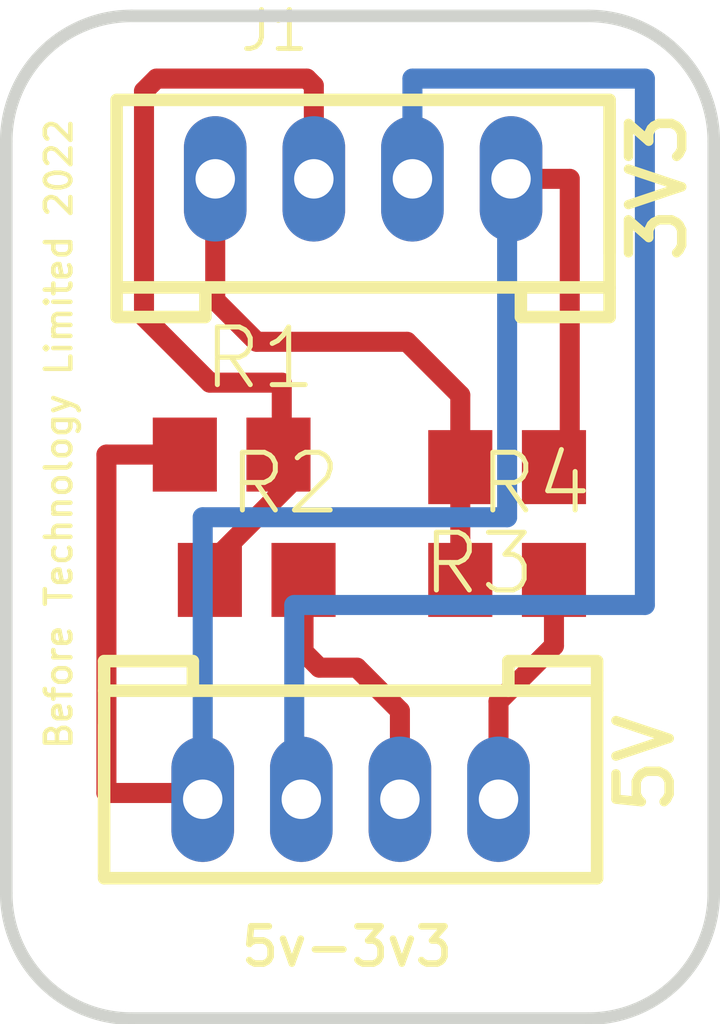
<source format=kicad_pcb>
(kicad_pcb (version 20211014) (generator pcbnew)
  (layers (0 "F.Cu" signal) (31 "B.Cu" signal) (34 "B.Paste" user) (35 "F.Paste" user) (36 "B.SilkS" user "B.Silkscreen") (37 "F.SilkS" user "F.Silkscreen") (38 "B.Mask" user) (39 "F.Mask" user) (44 "Edge.Cuts" user))
  (net 0 "")
  (net 1 "N$4")
  (net 2 "N$3")
  (net 3 "N$1")
  (net 4 "N$2")
  (net 5 "N$5")
  (net 6 "N$6")
  (footprint "adapt_grovestep:HW4-2.0" (layer "F.Cu") (at 148.3106 110.7186 180)
    (fp_text reference "J2" hide)
    (fp_text value "4P-2.0" hide)
    (fp_line (start 5 2.8) (end 5 2.2) (layer "F.SilkS") (width 0.254))
    (fp_line (start -5 -1.6) (end 5 -1.6) (layer "F.SilkS") (width 0.254))
    (fp_line (start 3.2 2.2) (end 5 2.2) (layer "F.SilkS") (width 0.254))
    (fp_line (start -5 -1.6) (end -5 2.2) (layer "F.SilkS") (width 0.254))
    (fp_line (start 5 -1.5) (end 5 1.5) (layer "F.SilkS") (width 0.254))
    (fp_line (start 5 2.2) (end 5 -1.6) (layer "F.SilkS") (width 0.254))
    (fp_line (start 3.2 2.8) (end 5 2.8) (layer "F.SilkS") (width 0.254))
    (fp_line (start -5 -1) (end -5 1) (layer "F.SilkS") (width 0.127))
    (fp_line (start -3.2 2.8) (end -3.2 2.2) (layer "F.SilkS") (width 0.254))
    (fp_line (start -5 2.2) (end -5 2.8) (layer "F.SilkS") (width 0.254))
    (fp_line (start -5 2.2) (end -3.2 2.2) (layer "F.SilkS") (width 0.254))
    (fp_line (start -3.2 2.2) (end 3.2 2.2) (layer "F.SilkS") (width 0.254))
    (fp_line (start 3.2 2.2) (end 3.2 2.8) (layer "F.SilkS") (width 0.254))
    (fp_line (start -5 2.8) (end -3.2 2.8) (layer "F.SilkS") (width 0.254))
    (pad "1" thru_hole oval (at -3 0 270) (size 2.54 1.27) (drill 0.8) (layers *.Cu *.Mask) (net 6 "N$6"))
    (pad "2" thru_hole oval (at -1 0 270) (size 2.54 1.27) (drill 0.8) (layers *.Cu *.Mask) (net 5 "N$5"))
    (pad "3" thru_hole oval (at 1 0 270) (size 2.54 1.27) (drill 0.8) (layers *.Cu *.Mask) (net 1 "N$4"))
    (pad "4" thru_hole oval (at 3 0 270) (size 2.54 1.27) (drill 0.8) (layers *.Cu *.Mask) (net 2 "N$3"))
  )
  (footprint "adapt_grovestep:HW4-2.0" (layer "F.Cu") (at 148.5646 98.1456)
    (fp_text reference "J1" (at -2.54 -2.54) (layer "F.SilkS") (effects (font (size 0.79121 0.79121) (thickness 0.09779)) (justify left bottom)))
    (fp_text value "4P-2.0")
    (fp_line (start 3.2 2.8) (end 5 2.8) (layer "F.SilkS") (width 0.254))
    (fp_line (start 3.2 2.2) (end 5 2.2) (layer "F.SilkS") (width 0.254))
    (fp_line (start -5 -1.6) (end 5 -1.6) (layer "F.SilkS") (width 0.254))
    (fp_line (start 5 2.8) (end 5 2.2) (layer "F.SilkS") (width 0.254))
    (fp_line (start 5 -1.5) (end 5 1.5) (layer "F.SilkS") (width 0.254))
    (fp_line (start -5 2.2) (end -5 2.8) (layer "F.SilkS") (width 0.254))
    (fp_line (start -5 -1.6) (end -5 2.2) (layer "F.SilkS") (width 0.254))
    (fp_line (start 5 2.2) (end 5 -1.6) (layer "F.SilkS") (width 0.254))
    (fp_line (start -3.2 2.2) (end 3.2 2.2) (layer "F.SilkS") (width 0.254))
    (fp_line (start 3.2 2.2) (end 3.2 2.8) (layer "F.SilkS") (width 0.254))
    (fp_line (start -5 2.2) (end -3.2 2.2) (layer "F.SilkS") (width 0.254))
    (fp_line (start -3.2 2.8) (end -3.2 2.2) (layer "F.SilkS") (width 0.254))
    (fp_line (start -5 2.8) (end -3.2 2.8) (layer "F.SilkS") (width 0.254))
    (fp_line (start -5 -1) (end -5 1) (layer "F.SilkS") (width 0.127))
    (pad "1" thru_hole oval (at -3 0 90) (size 2.54 1.27) (drill 0.8) (layers *.Cu *.Mask) (net 4 "N$2"))
    (pad "2" thru_hole oval (at -1 0 90) (size 2.54 1.27) (drill 0.8) (layers *.Cu *.Mask) (net 3 "N$1"))
    (pad "3" thru_hole oval (at 1 0 90) (size 2.54 1.27) (drill 0.8) (layers *.Cu *.Mask) (net 1 "N$4"))
    (pad "4" thru_hole oval (at 3 0 90) (size 2.54 1.27) (drill 0.8) (layers *.Cu *.Mask) (net 2 "N$3"))
  )
  (footprint "adapt_grovestep:R0805" (layer "F.Cu") (at 145.8976 103.7336)
    (fp_text reference "R1" (at -0.635 -1.27) (layer "F.SilkS") (effects (font (size 1.1684 1.1684) (thickness 0.1016)) (justify left bottom)))
    (fp_text value "")
    (pad "1" smd rect (at -0.95 0) (size 1.3 1.5) (layers "F.Cu" "F.Paste" "F.Mask") (net 2 "N$3"))
    (pad "2" smd rect (at 0.95 0) (size 1.3 1.5) (layers "F.Cu" "F.Paste" "F.Mask") (net 3 "N$1"))
  )
  (footprint "adapt_grovestep:R0805" (layer "F.Cu") (at 151.4856 103.9876 180)
    (fp_text reference "R3" (at -0.635 -1.27 180) (layer "F.SilkS") (effects (font (size 1.1684 1.1684) (thickness 0.1016)) (justify right top)))
    (fp_text value "")
    (pad "1" smd rect (at -0.95 0 180) (size 1.3 1.5) (layers "F.Cu" "F.Paste" "F.Mask") (net 2 "N$3"))
    (pad "2" smd rect (at 0.95 0 180) (size 1.3 1.5) (layers "F.Cu" "F.Paste" "F.Mask") (net 4 "N$2"))
  )
  (footprint "adapt_grovestep:R0805" (layer "F.Cu") (at 151.4856 106.2736)
    (fp_text reference "R4" (at -0.635 -1.27) (layer "F.SilkS") (effects (font (size 1.1684 1.1684) (thickness 0.1016)) (justify left bottom)))
    (fp_text value "")
    (pad "1" smd rect (at -0.95 0) (size 1.3 1.5) (layers "F.Cu" "F.Paste" "F.Mask") (net 4 "N$2"))
    (pad "2" smd rect (at 0.95 0) (size 1.3 1.5) (layers "F.Cu" "F.Paste" "F.Mask") (net 6 "N$6"))
  )
  (footprint "adapt_grovestep:R0805" (layer "F.Cu") (at 146.4056 106.2736)
    (fp_text reference "R2" (at -0.635 -1.27) (layer "F.SilkS") (effects (font (size 1.1684 1.1684) (thickness 0.1016)) (justify left bottom)))
    (fp_text value "")
    (pad "1" smd rect (at -0.95 0) (size 1.3 1.5) (layers "F.Cu" "F.Paste" "F.Mask") (net 3 "N$1"))
    (pad "2" smd rect (at 0.95 0) (size 1.3 1.5) (layers "F.Cu" "F.Paste" "F.Mask") (net 5 "N$5"))
  )
  (gr_arc (start 153.1366 94.8436) (mid 154.932651 95.587549) (end 155.6766 97.3836) (layer "Edge.Cuts") (width 0.254))
  (gr_arc (start 143.8656 115.1636) (mid 142.069549 114.419651) (end 141.3256 112.6236) (layer "Edge.Cuts") (width 0.254))
  (gr_line (start 143.8656 94.8436) (end 153.1366 94.8436) (layer "Edge.Cuts") (width 0.254))
  (gr_arc (start 141.3256 97.3836) (mid 142.069549 95.587549) (end 143.8656 94.8436) (layer "Edge.Cuts") (width 0.254))
  (gr_arc (start 155.6766 112.6236) (mid 154.932651 114.419651) (end 153.1366 115.1636) (layer "Edge.Cuts") (width 0.254))
  (gr_line (start 155.6766 97.3836) (end 155.6766 112.6236) (layer "Edge.Cuts") (width 0.254))
  (gr_line (start 141.3256 97.3836) (end 141.3256 112.6236) (layer "Edge.Cuts") (width 0.254))
  (gr_line (start 153.1366 115.1636) (end 143.8656 115.1636) (layer "Edge.Cuts") (width 0.254))
  (gr_text "5V" (at 154.9146 111.0996 90) (layer "F.SilkS") (effects (font (size 1.0795 1.0795) (thickness 0.1905)) (justify left bottom)))
  (gr_text "3V3" (at 155.1686 99.9236 90) (layer "F.SilkS") (effects (font (size 1.0795 1.0795) (thickness 0.1905)) (justify left bottom)))
  (gr_text "5v-3v3" (at 146.0246 114.1476) (layer "F.SilkS") (effects (font (size 0.75565 0.75565) (thickness 0.13335)) (justify left bottom)))
  (gr_text "Before Technology Limited 2022" (at 142.0876 96.8756 90) (layer "F.SilkS") (effects (font (size 0.51816 0.51816) (thickness 0.09144)) (justify right top)))
  (segment (start 149.5646 96.1136) (end 149.5646 98.1456) (width 0.4064) (layer "B.Cu") (net 1))
  (segment (start 154.2796 96.1136) (end 149.5646 96.1136) (width 0.4064) (layer "B.Cu") (net 1))
  (segment (start 147.1676 106.7816) (end 154.2796 106.7816) (width 0.4064) (layer "B.Cu") (net 1))
  (segment (start 147.3106 110.7186) (end 147.1676 110.7186) (width 0.4064) (layer "B.Cu") (net 1))
  (segment (start 154.2796 106.7816) (end 154.2796 96.1136) (width 0.4064) (layer "B.Cu") (net 1))
  (segment (start 147.1676 110.7186) (end 147.1676 106.7816) (width 0.4064) (layer "B.Cu") (net 1))
  (segment (start 151.5646 98.1456) (end 152.7556 98.1456) (width 0.4064) (layer "F.Cu") (net 2))
  (segment (start 143.3576 103.7336) (end 143.3576 110.5916) (width 0.4064) (layer "F.Cu") (net 2))
  (segment (start 152.7556 103.9876) (end 152.7556 98.1456) (width 0.4064) (layer "F.Cu") (net 2))
  (segment (start 145.3106 110.5916) (end 145.3106 110.7186) (width 0.4064) (layer "F.Cu") (net 2))
  (segment (start 152.4356 103.9876) (end 152.7556 103.9876) (width 0.4064) (layer "F.Cu") (net 2))
  (segment (start 143.3576 110.5916) (end 145.3106 110.5916) (width 0.4064) (layer "F.Cu") (net 2))
  (segment (start 144.9476 103.7336) (end 143.3576 103.7336) (width 0.4064) (layer "F.Cu") (net 2))
  (segment (start 151.4856 105.0036) (end 145.3106 105.0036) (width 0.4064) (layer "B.Cu") (net 2))
  (segment (start 151.5646 98.1456) (end 151.4856 98.1456) (width 0.4064) (layer "B.Cu") (net 2))
  (segment (start 151.4856 98.1456) (end 151.4856 105.0036) (width 0.4064) (layer "B.Cu") (net 2))
  (segment (start 145.3106 105.0036) (end 145.3106 110.7186) (width 0.4064) (layer "B.Cu") (net 2))
  (segment (start 144.1196 96.3676) (end 144.3736 96.1136) (width 0.4064) (layer "F.Cu") (net 3))
  (segment (start 144.3736 96.1136) (end 147.4216 96.1136) (width 0.4064) (layer "F.Cu") (net 3))
  (segment (start 145.4556 105.9536) (end 147.1676 104.2416) (width 0.4064) (layer "F.Cu") (net 3))
  (segment (start 145.4556 106.2736) (end 145.4556 105.9536) (width 0.4064) (layer "F.Cu") (net 3))
  (segment (start 146.8476 103.7336) (end 146.9136 103.7336) (width 0.4064) (layer "F.Cu") (net 3))
  (segment (start 147.1676 104.2416) (end 147.1676 103.9216) (width 0.4064) (layer "F.Cu") (net 3))
  (segment (start 145.4556 102.2756) (end 144.1196 100.9396) (width 0.4064) (layer "F.Cu") (net 3))
  (segment (start 146.9136 103.7336) (end 146.9136 102.2756) (width 0.4064) (layer "F.Cu") (net 3))
  (segment (start 147.1676 103.9216) (end 146.8476 103.7336) (width 0.4064) (layer "F.Cu") (net 3))
  (segment (start 147.5646 98.1456) (end 147.5646 96.2566) (width 0.4064) (layer "F.Cu") (net 3))
  (segment (start 144.1196 100.9396) (end 144.1196 96.3676) (width 0.4064) (layer "F.Cu") (net 3))
  (segment (start 145.4556 102.2756) (end 146.9136 102.2756) (width 0.4064) (layer "F.Cu") (net 3))
  (segment (start 147.5646 96.2566) (end 147.4216 96.1136) (width 0.4064) (layer "F.Cu") (net 3))
  (segment (start 149.4536 101.4476) (end 146.4056 101.4476) (width 0.4064) (layer "F.Cu") (net 4))
  (segment (start 150.5356 103.9876) (end 150.5356 106.2736) (width 0.4064) (layer "F.Cu") (net 4))
  (segment (start 146.4056 101.4476) (end 145.5646 100.6066) (width 0.4064) (layer "F.Cu") (net 4))
  (segment (start 145.5646 98.1456) (end 145.5646 100.6066) (width 0.4064) (layer "F.Cu") (net 4))
  (segment (start 150.5356 103.9876) (end 150.5356 102.5296) (width 0.4064) (layer "F.Cu") (net 4))
  (segment (start 150.5356 102.5296) (end 149.4536 101.4476) (width 0.4064) (layer "F.Cu") (net 4))
  (segment (start 149.3106 108.9246) (end 148.4376 108.0516) (width 0.4064) (layer "F.Cu") (net 5))
  (segment (start 149.3106 110.7186) (end 149.3106 108.9246) (width 0.4064) (layer "F.Cu") (net 5))
  (segment (start 148.4376 108.0516) (end 147.6756 108.0516) (width 0.4064) (layer "F.Cu") (net 5))
  (segment (start 147.3556 106.2736) (end 147.3556 107.7316) (width 0.4064) (layer "F.Cu") (net 5))
  (segment (start 147.6756 108.0516) (end 147.3556 107.7316) (width 0.4064) (layer "F.Cu") (net 5))
  (segment (start 151.3106 110.7186) (end 151.3106 108.7346) (width 0.4064) (layer "F.Cu") (net 6))
  (segment (start 152.4356 107.6096) (end 151.3106 108.7346) (width 0.4064) (layer "F.Cu") (net 6))
  (segment (start 152.4356 106.2736) (end 152.4356 107.6096) (width 0.4064) (layer "F.Cu") (net 6))
)
</source>
